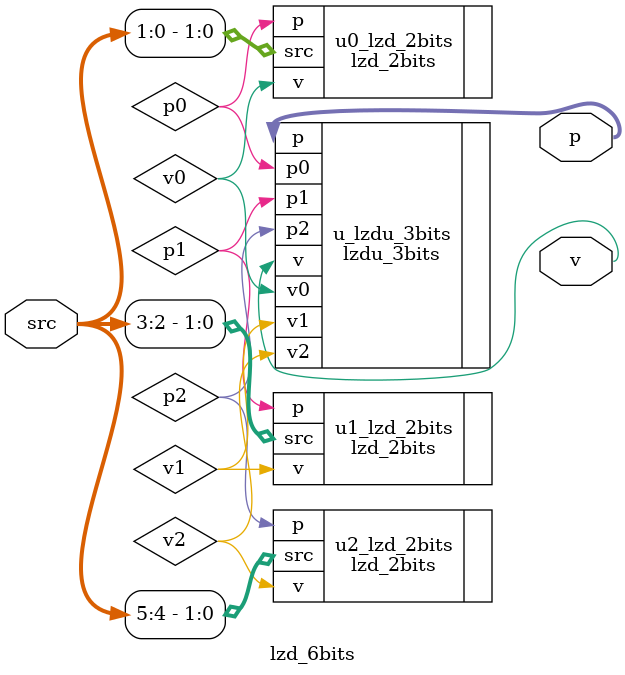
<source format=v>
module lzd_6bits(

    input	[5	:0]	src,
	output  [2	:0]	p  ,
	output			v
);

wire	p0, p1, p2;
wire	v0, v1, v2;

lzd_2bits u0_lzd_2bits(

    .src(src[1:0]	),
	.p  (p0			),
	.v  (v0			)
);

lzd_2bits u1_lzd_2bits(

    .src(src[3:2]	),
	.p  (p1			),
	.v  (v1			)
);

lzd_2bits u2_lzd_2bits(

    .src(src[5:4]	),
	.p  (p2			),
	.v  (v2			)
);

lzdu_3bits #(3) u_lzdu_3bits(

    .p0(p0	),
	.p1(p1	),
	.p2(p2	),
	.v0(v0	),
	.v1(v1	),
	.v2(v2	),
	.p (p	),
	.v (v	)
);

endmodule
</source>
